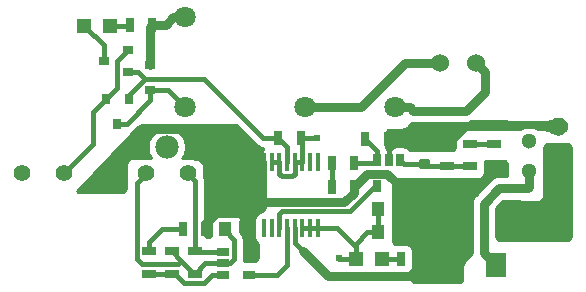
<source format=gtl>
G04 #@! TF.GenerationSoftware,KiCad,Pcbnew,(5.1.4-0-10_14)*
G04 #@! TF.CreationDate,2020-01-14T22:25:27-05:00*
G04 #@! TF.ProjectId,IMD_LATCH,494d445f-4c41-4544-9348-2e6b69636164,1*
G04 #@! TF.SameCoordinates,Original*
G04 #@! TF.FileFunction,Copper,L1,Top*
G04 #@! TF.FilePolarity,Positive*
%FSLAX46Y46*%
G04 Gerber Fmt 4.6, Leading zero omitted, Abs format (unit mm)*
G04 Created by KiCad (PCBNEW (5.1.4-0-10_14)) date 2020-01-14 22:25:27*
%MOMM*%
%LPD*%
G04 APERTURE LIST*
%ADD10C,0.100000*%
%ADD11C,0.875000*%
%ADD12R,1.000000X1.250000*%
%ADD13R,1.778000X2.159000*%
%ADD14R,1.200000X1.200000*%
%ADD15R,0.900000X0.800000*%
%ADD16R,0.900000X2.500000*%
%ADD17C,1.397000*%
%ADD18C,1.981000*%
%ADD19C,1.300000*%
%ADD20C,1.524000*%
%ADD21C,1.800000*%
%ADD22R,0.800000X0.900000*%
%ADD23R,0.700000X1.300000*%
%ADD24R,1.300000X0.700000*%
%ADD25R,0.650000X1.060000*%
%ADD26R,0.350000X1.600000*%
%ADD27R,1.060000X0.650000*%
%ADD28C,0.609600*%
%ADD29C,0.406400*%
%ADD30C,0.762000*%
%ADD31C,0.254000*%
G04 APERTURE END LIST*
D10*
G36*
X152436391Y-121089853D02*
G01*
X152457626Y-121093003D01*
X152478450Y-121098219D01*
X152498662Y-121105451D01*
X152518068Y-121114630D01*
X152536481Y-121125666D01*
X152553724Y-121138454D01*
X152569630Y-121152870D01*
X152584046Y-121168776D01*
X152596834Y-121186019D01*
X152607870Y-121204432D01*
X152617049Y-121223838D01*
X152624281Y-121244050D01*
X152629497Y-121264874D01*
X152632647Y-121286109D01*
X152633700Y-121307550D01*
X152633700Y-121745050D01*
X152632647Y-121766491D01*
X152629497Y-121787726D01*
X152624281Y-121808550D01*
X152617049Y-121828762D01*
X152607870Y-121848168D01*
X152596834Y-121866581D01*
X152584046Y-121883824D01*
X152569630Y-121899730D01*
X152553724Y-121914146D01*
X152536481Y-121926934D01*
X152518068Y-121937970D01*
X152498662Y-121947149D01*
X152478450Y-121954381D01*
X152457626Y-121959597D01*
X152436391Y-121962747D01*
X152414950Y-121963800D01*
X151902450Y-121963800D01*
X151881009Y-121962747D01*
X151859774Y-121959597D01*
X151838950Y-121954381D01*
X151818738Y-121947149D01*
X151799332Y-121937970D01*
X151780919Y-121926934D01*
X151763676Y-121914146D01*
X151747770Y-121899730D01*
X151733354Y-121883824D01*
X151720566Y-121866581D01*
X151709530Y-121848168D01*
X151700351Y-121828762D01*
X151693119Y-121808550D01*
X151687903Y-121787726D01*
X151684753Y-121766491D01*
X151683700Y-121745050D01*
X151683700Y-121307550D01*
X151684753Y-121286109D01*
X151687903Y-121264874D01*
X151693119Y-121244050D01*
X151700351Y-121223838D01*
X151709530Y-121204432D01*
X151720566Y-121186019D01*
X151733354Y-121168776D01*
X151747770Y-121152870D01*
X151763676Y-121138454D01*
X151780919Y-121125666D01*
X151799332Y-121114630D01*
X151818738Y-121105451D01*
X151838950Y-121098219D01*
X151859774Y-121093003D01*
X151881009Y-121089853D01*
X151902450Y-121088800D01*
X152414950Y-121088800D01*
X152436391Y-121089853D01*
X152436391Y-121089853D01*
G37*
D11*
X152158700Y-121526300D03*
D10*
G36*
X152436391Y-119514853D02*
G01*
X152457626Y-119518003D01*
X152478450Y-119523219D01*
X152498662Y-119530451D01*
X152518068Y-119539630D01*
X152536481Y-119550666D01*
X152553724Y-119563454D01*
X152569630Y-119577870D01*
X152584046Y-119593776D01*
X152596834Y-119611019D01*
X152607870Y-119629432D01*
X152617049Y-119648838D01*
X152624281Y-119669050D01*
X152629497Y-119689874D01*
X152632647Y-119711109D01*
X152633700Y-119732550D01*
X152633700Y-120170050D01*
X152632647Y-120191491D01*
X152629497Y-120212726D01*
X152624281Y-120233550D01*
X152617049Y-120253762D01*
X152607870Y-120273168D01*
X152596834Y-120291581D01*
X152584046Y-120308824D01*
X152569630Y-120324730D01*
X152553724Y-120339146D01*
X152536481Y-120351934D01*
X152518068Y-120362970D01*
X152498662Y-120372149D01*
X152478450Y-120379381D01*
X152457626Y-120384597D01*
X152436391Y-120387747D01*
X152414950Y-120388800D01*
X151902450Y-120388800D01*
X151881009Y-120387747D01*
X151859774Y-120384597D01*
X151838950Y-120379381D01*
X151818738Y-120372149D01*
X151799332Y-120362970D01*
X151780919Y-120351934D01*
X151763676Y-120339146D01*
X151747770Y-120324730D01*
X151733354Y-120308824D01*
X151720566Y-120291581D01*
X151709530Y-120273168D01*
X151700351Y-120253762D01*
X151693119Y-120233550D01*
X151687903Y-120212726D01*
X151684753Y-120191491D01*
X151683700Y-120170050D01*
X151683700Y-119732550D01*
X151684753Y-119711109D01*
X151687903Y-119689874D01*
X151693119Y-119669050D01*
X151700351Y-119648838D01*
X151709530Y-119629432D01*
X151720566Y-119611019D01*
X151733354Y-119593776D01*
X151747770Y-119577870D01*
X151763676Y-119563454D01*
X151780919Y-119550666D01*
X151799332Y-119539630D01*
X151818738Y-119530451D01*
X151838950Y-119523219D01*
X151859774Y-119518003D01*
X151881009Y-119514853D01*
X151902450Y-119513800D01*
X152414950Y-119513800D01*
X152436391Y-119514853D01*
X152436391Y-119514853D01*
G37*
D11*
X152158700Y-119951300D03*
D12*
X150212300Y-127317500D03*
X148212300Y-127317500D03*
D13*
X158229300Y-130098800D03*
X154165300Y-130098800D03*
D14*
X148521600Y-129527300D03*
X146321600Y-129527300D03*
D15*
X128955800Y-113148400D03*
X128955800Y-115248400D03*
D14*
X123309200Y-109804200D03*
X125509200Y-109804200D03*
D16*
X158663300Y-126377700D03*
X155763300Y-126377700D03*
D17*
X128597600Y-122313700D03*
X132097600Y-122313700D03*
D18*
X130347600Y-120083700D03*
D17*
X125097600Y-122313700D03*
X121597600Y-122313700D03*
X118097600Y-122313700D03*
D19*
X160997900Y-119583200D03*
X160997900Y-122123200D03*
X163537900Y-120853200D03*
X163537900Y-118313200D03*
D20*
X156476700Y-112979200D03*
X153479500Y-112979200D03*
D21*
X131851400Y-116700300D03*
X142011400Y-116700300D03*
X149631400Y-116700300D03*
X131851400Y-109080300D03*
D22*
X126149100Y-118131300D03*
X125199100Y-116031300D03*
X127099100Y-116031300D03*
D15*
X127084800Y-113764100D03*
X127084800Y-111864100D03*
X124984800Y-112814100D03*
D23*
X144299900Y-123444000D03*
X146199900Y-123444000D03*
X144299900Y-121443750D03*
X146199900Y-121443750D03*
X149044700Y-119380000D03*
X147144700Y-119380000D03*
X152080000Y-129552700D03*
X150180000Y-129552700D03*
D24*
X158026100Y-119814300D03*
X158026100Y-121714300D03*
X155994100Y-119801600D03*
X155994100Y-121701600D03*
X154025600Y-119801600D03*
X154025600Y-121701600D03*
D23*
X139791400Y-119329200D03*
X141691400Y-119329200D03*
X127205700Y-109778800D03*
X129105700Y-109778800D03*
D24*
X132727700Y-128910000D03*
X132727700Y-130810000D03*
D23*
X133614200Y-127038100D03*
X131714200Y-127038100D03*
D24*
X128790700Y-130807500D03*
X128790700Y-128907500D03*
X130759200Y-130807500D03*
X130759200Y-128907500D03*
D25*
X150060700Y-123401000D03*
X148160700Y-123401000D03*
X148160700Y-121201000D03*
X149110700Y-121201000D03*
X150060700Y-121201000D03*
D26*
X138568000Y-126967900D03*
X139218000Y-126967900D03*
X139868000Y-126967900D03*
X140518000Y-126967900D03*
X141168000Y-126967900D03*
X141818000Y-126967900D03*
X142468000Y-126967900D03*
X143118000Y-126967900D03*
X143118000Y-121367900D03*
X142468000Y-121367900D03*
X141818000Y-121367900D03*
X141168000Y-121367900D03*
X140518000Y-121367900D03*
X139868000Y-121367900D03*
X139218000Y-121367900D03*
X138568000Y-121367900D03*
D27*
X135120200Y-128983700D03*
X135120200Y-129933700D03*
X135120200Y-130883700D03*
X137320200Y-130883700D03*
X137320200Y-128983700D03*
D12*
X148212300Y-125349000D03*
X150212300Y-125349000D03*
X137232900Y-127025400D03*
X135232900Y-127025400D03*
D28*
X144945100Y-129514600D03*
X143027400Y-119329200D03*
D29*
X155994100Y-121701600D02*
X154025600Y-121701600D01*
X152334000Y-121701600D02*
X152158700Y-121526300D01*
X154025600Y-121701600D02*
X152334000Y-121701600D01*
X150386000Y-121526300D02*
X150060700Y-121201000D01*
X152158700Y-121526300D02*
X150386000Y-121526300D01*
X141168000Y-121367900D02*
X141818000Y-121367900D01*
X141818000Y-119455800D02*
X141691400Y-119329200D01*
X141818000Y-121367900D02*
X141818000Y-119455800D01*
X139218000Y-121367900D02*
X139868000Y-121367900D01*
X141168000Y-122332982D02*
X141168000Y-121367900D01*
X140977481Y-122523501D02*
X141168000Y-122332982D01*
X139868000Y-122332982D02*
X140058519Y-122523501D01*
X140058519Y-122523501D02*
X140977481Y-122523501D01*
X139868000Y-121367900D02*
X139868000Y-122332982D01*
X127084800Y-111865700D02*
X127084800Y-111864100D01*
X126111000Y-112839500D02*
X127084800Y-111865700D01*
X126111000Y-115100100D02*
X126111000Y-112839500D01*
X125199100Y-116012000D02*
X126111000Y-115100100D01*
X125199100Y-116031300D02*
X125199100Y-116012000D01*
X135665282Y-129933700D02*
X135120200Y-129933700D01*
X136005801Y-129593181D02*
X135665282Y-129933700D01*
X136005801Y-127923301D02*
X136005801Y-129593181D01*
X135232900Y-127150400D02*
X136005801Y-127923301D01*
X135232900Y-127025400D02*
X135232900Y-127150400D01*
X133604000Y-129933700D02*
X135120200Y-129933700D01*
X132727700Y-130810000D02*
X133604000Y-129933700D01*
X132727700Y-130810000D02*
X132661700Y-130810000D01*
X132661700Y-130810000D02*
X131558050Y-129706350D01*
X131558050Y-129706350D02*
X130759200Y-128907500D01*
X127785099Y-123126201D02*
X127899101Y-123012199D01*
X127785099Y-129541981D02*
X127785099Y-123126201D01*
X128253018Y-130009900D02*
X127785099Y-129541981D01*
X127899101Y-123012199D02*
X128597600Y-122313700D01*
X131254500Y-130009900D02*
X128253018Y-130009900D01*
X131558050Y-129706350D02*
X131254500Y-130009900D01*
X149110700Y-119446000D02*
X149044700Y-119380000D01*
X149110700Y-121201000D02*
X149110700Y-119446000D01*
X152308400Y-119801600D02*
X152158700Y-119951300D01*
X154025600Y-119801600D02*
X152308400Y-119801600D01*
X149616000Y-119951300D02*
X149044700Y-119380000D01*
X152158700Y-119951300D02*
X149616000Y-119951300D01*
X162618662Y-118313200D02*
X163537900Y-118313200D01*
X155814000Y-118313200D02*
X162618662Y-118313200D01*
X154325600Y-119801600D02*
X155814000Y-118313200D01*
X154025600Y-119801600D02*
X154325600Y-119801600D01*
X141818000Y-126967900D02*
X143118000Y-126967900D01*
X144768600Y-126967900D02*
X146321600Y-128520900D01*
X146321600Y-128520900D02*
X146321600Y-129527300D01*
X143118000Y-126967900D02*
X144768600Y-126967900D01*
X148212300Y-125349000D02*
X148212300Y-127317500D01*
X146321600Y-128301800D02*
X146321600Y-128520900D01*
X147305900Y-127317500D02*
X146321600Y-128301800D01*
X148212300Y-127317500D02*
X147305900Y-127317500D01*
X144957800Y-129527300D02*
X144945100Y-129514600D01*
X146321600Y-129527300D02*
X144957800Y-129527300D01*
X152158700Y-119951300D02*
X152171400Y-119938600D01*
D30*
X157162500Y-129032000D02*
X158229300Y-130098800D01*
X157162500Y-124866400D02*
X157162500Y-129032000D01*
X158470600Y-123558300D02*
X157162500Y-124866400D01*
X160934400Y-123558300D02*
X158470600Y-123558300D01*
X160997900Y-123494800D02*
X160934400Y-123558300D01*
X160997900Y-122123200D02*
X160997900Y-123494800D01*
D29*
X124079000Y-119832300D02*
X121597600Y-122313700D01*
X124079000Y-117151400D02*
X124079000Y-119832300D01*
X125199100Y-116031300D02*
X124079000Y-117151400D01*
X141691400Y-119329200D02*
X143027400Y-119329200D01*
D30*
X128955800Y-109928700D02*
X129105700Y-109778800D01*
X128955800Y-113148400D02*
X128955800Y-109928700D01*
X130238500Y-109715300D02*
X130873500Y-109080300D01*
X129169200Y-109715300D02*
X130238500Y-109715300D01*
X130873500Y-109080300D02*
X131851400Y-109080300D01*
X129105700Y-109778800D02*
X129169200Y-109715300D01*
X148997299Y-122337599D02*
X150060700Y-123401000D01*
X147306301Y-122337599D02*
X148997299Y-122337599D01*
X146199900Y-123444000D02*
X147306301Y-122337599D01*
X137232900Y-125638400D02*
X137232900Y-127025400D01*
X145376910Y-124777490D02*
X138093810Y-124777490D01*
X138093810Y-124777490D02*
X137232900Y-125638400D01*
X146199900Y-123954500D02*
X145376910Y-124777490D01*
X146199900Y-123444000D02*
X146199900Y-123954500D01*
D29*
X141168000Y-128174300D02*
X141911400Y-128917700D01*
X141168000Y-126967900D02*
X141168000Y-128174300D01*
D30*
X137320200Y-127112700D02*
X137232900Y-127025400D01*
X137320200Y-128983700D02*
X137320200Y-127112700D01*
X134534778Y-125638400D02*
X137232900Y-125638400D01*
X133614200Y-126558978D02*
X134534778Y-125638400D01*
X133614200Y-127038100D02*
X133614200Y-126558978D01*
X152080000Y-129852700D02*
X152080000Y-129552700D01*
X150968000Y-130964700D02*
X152080000Y-129852700D01*
X143958400Y-130964700D02*
X150968000Y-130964700D01*
X141911400Y-128917700D02*
X143958400Y-130964700D01*
X138093810Y-123412610D02*
X138093810Y-124777490D01*
X128851501Y-118559799D02*
X133240999Y-118559799D01*
X133240999Y-118559799D02*
X138093810Y-123412610D01*
X125097600Y-122313700D02*
X128851501Y-118559799D01*
D29*
X137232900Y-125994000D02*
X137232900Y-127025400D01*
X137232900Y-123909400D02*
X137232900Y-125994000D01*
X138568000Y-122574300D02*
X137232900Y-123909400D01*
X138568000Y-121367900D02*
X138568000Y-122574300D01*
X150154600Y-129527300D02*
X150180000Y-129552700D01*
X148521600Y-129527300D02*
X150154600Y-129527300D01*
X130399500Y-115248400D02*
X131851400Y-116700300D01*
X128955800Y-115248400D02*
X130399500Y-115248400D01*
X126955500Y-118131300D02*
X126149100Y-118131300D01*
X128955800Y-116131000D02*
X126955500Y-118131300D01*
X128955800Y-115248400D02*
X128955800Y-116131000D01*
X124980700Y-112810000D02*
X124984800Y-112814100D01*
X124980700Y-111475700D02*
X124980700Y-112810000D01*
X123309200Y-109804200D02*
X124980700Y-111475700D01*
X127180300Y-109804200D02*
X127205700Y-109778800D01*
X125509200Y-109804200D02*
X127180300Y-109804200D01*
X132801400Y-128983700D02*
X132727700Y-128910000D01*
X135120200Y-128983700D02*
X132801400Y-128983700D01*
X132727700Y-122943800D02*
X132097600Y-122313700D01*
X132727700Y-128910000D02*
X132727700Y-122943800D01*
D30*
X157238699Y-113741199D02*
X156476700Y-112979200D01*
X149631400Y-116700300D02*
X150904192Y-116700300D01*
X151221693Y-117017801D02*
X155638499Y-117017801D01*
X155638499Y-117017801D02*
X157238699Y-115417601D01*
X150904192Y-116700300D02*
X151221693Y-117017801D01*
X157238699Y-115417601D02*
X157238699Y-113741199D01*
X142011400Y-116700300D02*
X146748500Y-116700300D01*
X150469600Y-112979200D02*
X153479500Y-112979200D01*
X146748500Y-116700300D02*
X150469600Y-112979200D01*
D29*
X140518000Y-120055800D02*
X139791400Y-119329200D01*
X140518000Y-121367900D02*
X140518000Y-120055800D01*
X127941200Y-113764100D02*
X127084800Y-113764100D01*
X128464400Y-114287300D02*
X127941200Y-113764100D01*
X128460500Y-114287300D02*
X128464400Y-114287300D01*
X127099100Y-115648700D02*
X128460500Y-114287300D01*
X127099100Y-116031300D02*
X127099100Y-115648700D01*
X133464300Y-114287300D02*
X128464400Y-114287300D01*
X138506200Y-119329200D02*
X133464300Y-114287300D01*
X139791400Y-119329200D02*
X138506200Y-119329200D01*
X144299900Y-121443750D02*
X144299900Y-123444000D01*
X147917950Y-121443750D02*
X148160700Y-121201000D01*
X146199900Y-121443750D02*
X147917950Y-121443750D01*
X148160700Y-120396000D02*
X147144700Y-119380000D01*
X148160700Y-121201000D02*
X148160700Y-120396000D01*
X156006800Y-119814300D02*
X155994100Y-119801600D01*
X158026100Y-119814300D02*
X156006800Y-119814300D01*
X130957800Y-127038100D02*
X131714200Y-127038100D01*
X129903700Y-127038100D02*
X130957800Y-127038100D01*
X128790700Y-128151100D02*
X129903700Y-127038100D01*
X128790700Y-128907500D02*
X128790700Y-128151100D01*
X131059200Y-130807500D02*
X130759200Y-130807500D01*
X131815600Y-131563900D02*
X131059200Y-130807500D01*
X133503600Y-131563900D02*
X131815600Y-131563900D01*
X134183800Y-130883700D02*
X133503600Y-131563900D01*
X135120200Y-130883700D02*
X134183800Y-130883700D01*
X130759200Y-130807500D02*
X128790700Y-130807500D01*
X147998000Y-123401000D02*
X145884900Y-125514100D01*
X148160700Y-123401000D02*
X147998000Y-123401000D01*
X139868000Y-125761500D02*
X139868000Y-126967900D01*
X145884900Y-125514100D02*
X140115400Y-125514100D01*
X140115400Y-125514100D02*
X139868000Y-125761500D01*
X140518000Y-128174300D02*
X140512800Y-128179500D01*
X140518000Y-126967900D02*
X140518000Y-128174300D01*
X140512800Y-128179500D02*
X140512800Y-130060700D01*
X139689800Y-130883700D02*
X137320200Y-130883700D01*
X140512800Y-130060700D02*
X139689800Y-130883700D01*
D31*
G36*
X164553900Y-120088206D02*
G01*
X164553900Y-127726894D01*
X164328294Y-127952500D01*
X158429640Y-127952500D01*
X158205172Y-127727221D01*
X158214110Y-125251630D01*
X158783352Y-124682389D01*
X161865126Y-124711190D01*
X161889924Y-124708982D01*
X161913815Y-124701978D01*
X161935880Y-124690447D01*
X161955695Y-124674417D01*
X162255682Y-124377221D01*
X162271566Y-124358050D01*
X162283404Y-124336149D01*
X162290743Y-124312358D01*
X162293300Y-124287000D01*
X162293300Y-120088206D01*
X162518906Y-119862600D01*
X164328294Y-119862600D01*
X164553900Y-120088206D01*
X164553900Y-120088206D01*
G37*
X164553900Y-120088206D02*
X164553900Y-127726894D01*
X164328294Y-127952500D01*
X158429640Y-127952500D01*
X158205172Y-127727221D01*
X158214110Y-125251630D01*
X158783352Y-124682389D01*
X161865126Y-124711190D01*
X161889924Y-124708982D01*
X161913815Y-124701978D01*
X161935880Y-124690447D01*
X161955695Y-124674417D01*
X162255682Y-124377221D01*
X162271566Y-124358050D01*
X162283404Y-124336149D01*
X162290743Y-124312358D01*
X162293300Y-124287000D01*
X162293300Y-120088206D01*
X162518906Y-119862600D01*
X164328294Y-119862600D01*
X164553900Y-120088206D01*
G36*
X159169100Y-121485206D02*
G01*
X159169100Y-122542300D01*
X158520502Y-122542300D01*
X158470600Y-122537385D01*
X158420698Y-122542300D01*
X158271429Y-122557002D01*
X158079913Y-122615098D01*
X157903410Y-122709440D01*
X157748704Y-122836404D01*
X157716892Y-122875167D01*
X156479372Y-124112688D01*
X156440604Y-124144504D01*
X156313640Y-124299210D01*
X156219298Y-124475714D01*
X156161202Y-124667229D01*
X156161202Y-124667230D01*
X156141585Y-124866400D01*
X156146500Y-124916302D01*
X156146501Y-128982088D01*
X156141585Y-129032000D01*
X156145280Y-129069514D01*
X155583029Y-129631765D01*
X155567235Y-129651011D01*
X155555499Y-129672967D01*
X155343367Y-130185099D01*
X155336140Y-130208924D01*
X155333700Y-130233700D01*
X155333700Y-131409894D01*
X155201194Y-131542400D01*
X151238113Y-131542400D01*
X151107332Y-131410601D01*
X151114733Y-130455802D01*
X151119502Y-130446880D01*
X151155812Y-130327182D01*
X151168072Y-130202700D01*
X151168072Y-128902700D01*
X151155812Y-128778218D01*
X151119502Y-128658520D01*
X151060537Y-128548206D01*
X150981185Y-128451515D01*
X150884494Y-128372163D01*
X150774180Y-128313198D01*
X150654482Y-128276888D01*
X150530000Y-128264628D01*
X149830000Y-128264628D01*
X149705518Y-128276888D01*
X149661025Y-128290385D01*
X149502853Y-128132905D01*
X149480532Y-123043576D01*
X149701946Y-122819995D01*
X150242763Y-122818788D01*
X156814763Y-122824609D01*
X156839541Y-122822191D01*
X156863372Y-122814985D01*
X156885339Y-122803268D01*
X156904941Y-122787147D01*
X157202909Y-122487420D01*
X157218647Y-122468128D01*
X157230318Y-122446137D01*
X157237475Y-122422292D01*
X157239840Y-122397022D01*
X157239033Y-122277876D01*
X157269912Y-122176082D01*
X157282172Y-122051600D01*
X157282172Y-121351600D01*
X157273111Y-121259600D01*
X158943494Y-121259600D01*
X159169100Y-121485206D01*
X159169100Y-121485206D01*
G37*
X159169100Y-121485206D02*
X159169100Y-122542300D01*
X158520502Y-122542300D01*
X158470600Y-122537385D01*
X158420698Y-122542300D01*
X158271429Y-122557002D01*
X158079913Y-122615098D01*
X157903410Y-122709440D01*
X157748704Y-122836404D01*
X157716892Y-122875167D01*
X156479372Y-124112688D01*
X156440604Y-124144504D01*
X156313640Y-124299210D01*
X156219298Y-124475714D01*
X156161202Y-124667229D01*
X156161202Y-124667230D01*
X156141585Y-124866400D01*
X156146500Y-124916302D01*
X156146501Y-128982088D01*
X156141585Y-129032000D01*
X156145280Y-129069514D01*
X155583029Y-129631765D01*
X155567235Y-129651011D01*
X155555499Y-129672967D01*
X155343367Y-130185099D01*
X155336140Y-130208924D01*
X155333700Y-130233700D01*
X155333700Y-131409894D01*
X155201194Y-131542400D01*
X151238113Y-131542400D01*
X151107332Y-131410601D01*
X151114733Y-130455802D01*
X151119502Y-130446880D01*
X151155812Y-130327182D01*
X151168072Y-130202700D01*
X151168072Y-128902700D01*
X151155812Y-128778218D01*
X151119502Y-128658520D01*
X151060537Y-128548206D01*
X150981185Y-128451515D01*
X150884494Y-128372163D01*
X150774180Y-128313198D01*
X150654482Y-128276888D01*
X150530000Y-128264628D01*
X149830000Y-128264628D01*
X149705518Y-128276888D01*
X149661025Y-128290385D01*
X149502853Y-128132905D01*
X149480532Y-123043576D01*
X149701946Y-122819995D01*
X150242763Y-122818788D01*
X156814763Y-122824609D01*
X156839541Y-122822191D01*
X156863372Y-122814985D01*
X156885339Y-122803268D01*
X156904941Y-122787147D01*
X157202909Y-122487420D01*
X157218647Y-122468128D01*
X157230318Y-122446137D01*
X157237475Y-122422292D01*
X157239840Y-122397022D01*
X157239033Y-122277876D01*
X157269912Y-122176082D01*
X157282172Y-122051600D01*
X157282172Y-121351600D01*
X157273111Y-121259600D01*
X158943494Y-121259600D01*
X159169100Y-121485206D01*
G36*
X137884394Y-119892788D02*
G01*
X137910636Y-119924764D01*
X138038268Y-120029509D01*
X138183883Y-120107342D01*
X138341884Y-120155271D01*
X138465030Y-120167400D01*
X138465039Y-120167400D01*
X138471532Y-120168039D01*
X138499989Y-120236742D01*
X138453498Y-120323720D01*
X138417188Y-120443418D01*
X138404928Y-120567900D01*
X138404928Y-121160732D01*
X138391929Y-121203584D01*
X138375745Y-121367900D01*
X138391929Y-121532216D01*
X138404928Y-121575068D01*
X138404928Y-122167900D01*
X138417188Y-122292382D01*
X138453498Y-122412080D01*
X138512463Y-122522394D01*
X138591815Y-122619085D01*
X138658600Y-122673894D01*
X138658600Y-125250394D01*
X138427084Y-125481910D01*
X138414699Y-125485667D01*
X138392743Y-125497403D01*
X138373497Y-125513197D01*
X138352918Y-125533776D01*
X138268518Y-125542088D01*
X138148820Y-125578398D01*
X138038506Y-125637363D01*
X137941815Y-125716715D01*
X137862463Y-125813406D01*
X137803498Y-125923720D01*
X137767188Y-126043418D01*
X137754928Y-126167900D01*
X137754928Y-127767900D01*
X137767188Y-127892382D01*
X137803498Y-128012080D01*
X137862463Y-128122394D01*
X137941815Y-128219085D01*
X138036300Y-128296627D01*
X138036300Y-129466794D01*
X137810694Y-129692400D01*
X136838284Y-129692400D01*
X136844001Y-129634351D01*
X136844001Y-129634344D01*
X136848055Y-129593181D01*
X136844001Y-129552018D01*
X136844001Y-127964463D01*
X136848055Y-127923300D01*
X136844001Y-127882137D01*
X136844001Y-127882131D01*
X136831872Y-127758985D01*
X136783943Y-127600984D01*
X136706110Y-127455369D01*
X136601365Y-127327737D01*
X136569389Y-127301496D01*
X136563100Y-127295207D01*
X136563100Y-126504896D01*
X136588157Y-126164781D01*
X136587543Y-126139892D01*
X136582086Y-126115601D01*
X136571995Y-126092842D01*
X136557658Y-126072488D01*
X136409737Y-125901038D01*
X136391704Y-125883873D01*
X136370669Y-125870555D01*
X136347440Y-125861597D01*
X136313579Y-125857000D01*
X136063329Y-125857000D01*
X135977080Y-125810898D01*
X135857382Y-125774588D01*
X135732900Y-125762328D01*
X134732900Y-125762328D01*
X134608418Y-125774588D01*
X134488720Y-125810898D01*
X134378406Y-125869863D01*
X134281715Y-125949215D01*
X134202363Y-126045906D01*
X134143398Y-126156220D01*
X134107088Y-126275918D01*
X134094828Y-126400400D01*
X134094828Y-127569301D01*
X134001525Y-127661373D01*
X133690552Y-127659430D01*
X133565900Y-127533685D01*
X133565900Y-122984963D01*
X133569954Y-122943800D01*
X133565900Y-122902637D01*
X133565900Y-122902630D01*
X133553771Y-122779484D01*
X133505842Y-122621483D01*
X133480300Y-122573697D01*
X133482466Y-122364862D01*
X133496900Y-121574569D01*
X133494912Y-121549752D01*
X133488122Y-121525800D01*
X133476788Y-121503633D01*
X133461723Y-121484493D01*
X133167310Y-121176510D01*
X133148426Y-121160286D01*
X133126739Y-121148059D01*
X133103083Y-121140297D01*
X133078908Y-121137313D01*
X132718871Y-121127669D01*
X132486568Y-121031446D01*
X132228938Y-120980200D01*
X131966262Y-120980200D01*
X131708632Y-121031446D01*
X131654260Y-121053968D01*
X131788099Y-120853663D01*
X131910633Y-120557841D01*
X131973100Y-120243798D01*
X131973100Y-119923602D01*
X131910633Y-119609559D01*
X131788099Y-119313737D01*
X131610208Y-119047504D01*
X131383796Y-118821092D01*
X131117563Y-118643201D01*
X130821741Y-118520667D01*
X130507698Y-118458200D01*
X130187502Y-118458200D01*
X129873459Y-118520667D01*
X129577637Y-118643201D01*
X129311404Y-118821092D01*
X129084992Y-119047504D01*
X128907101Y-119313737D01*
X128784567Y-119609559D01*
X128722100Y-119923602D01*
X128722100Y-120243798D01*
X128784567Y-120557841D01*
X128907101Y-120853663D01*
X129003925Y-120998572D01*
X128809052Y-120996136D01*
X128728938Y-120980200D01*
X128466262Y-120980200D01*
X128411152Y-120991162D01*
X127326964Y-120977610D01*
X127302159Y-120979740D01*
X127278247Y-120986669D01*
X127256145Y-120998130D01*
X127236336Y-121014043D01*
X126935046Y-121310290D01*
X126919090Y-121329401D01*
X126907169Y-121351258D01*
X126899741Y-121375020D01*
X126897088Y-121400291D01*
X126887240Y-123650641D01*
X126658319Y-123883761D01*
X125621387Y-123907151D01*
X125023151Y-123913243D01*
X122798696Y-123908386D01*
X122769273Y-123840610D01*
X127454613Y-118806020D01*
X127551064Y-118726864D01*
X127577311Y-118694882D01*
X127892486Y-118379707D01*
X128279227Y-118210635D01*
X131527966Y-118201037D01*
X131700216Y-118235300D01*
X132002584Y-118235300D01*
X132184586Y-118199098D01*
X136178904Y-118187297D01*
X137884394Y-119892788D01*
X137884394Y-119892788D01*
G37*
X137884394Y-119892788D02*
X137910636Y-119924764D01*
X138038268Y-120029509D01*
X138183883Y-120107342D01*
X138341884Y-120155271D01*
X138465030Y-120167400D01*
X138465039Y-120167400D01*
X138471532Y-120168039D01*
X138499989Y-120236742D01*
X138453498Y-120323720D01*
X138417188Y-120443418D01*
X138404928Y-120567900D01*
X138404928Y-121160732D01*
X138391929Y-121203584D01*
X138375745Y-121367900D01*
X138391929Y-121532216D01*
X138404928Y-121575068D01*
X138404928Y-122167900D01*
X138417188Y-122292382D01*
X138453498Y-122412080D01*
X138512463Y-122522394D01*
X138591815Y-122619085D01*
X138658600Y-122673894D01*
X138658600Y-125250394D01*
X138427084Y-125481910D01*
X138414699Y-125485667D01*
X138392743Y-125497403D01*
X138373497Y-125513197D01*
X138352918Y-125533776D01*
X138268518Y-125542088D01*
X138148820Y-125578398D01*
X138038506Y-125637363D01*
X137941815Y-125716715D01*
X137862463Y-125813406D01*
X137803498Y-125923720D01*
X137767188Y-126043418D01*
X137754928Y-126167900D01*
X137754928Y-127767900D01*
X137767188Y-127892382D01*
X137803498Y-128012080D01*
X137862463Y-128122394D01*
X137941815Y-128219085D01*
X138036300Y-128296627D01*
X138036300Y-129466794D01*
X137810694Y-129692400D01*
X136838284Y-129692400D01*
X136844001Y-129634351D01*
X136844001Y-129634344D01*
X136848055Y-129593181D01*
X136844001Y-129552018D01*
X136844001Y-127964463D01*
X136848055Y-127923300D01*
X136844001Y-127882137D01*
X136844001Y-127882131D01*
X136831872Y-127758985D01*
X136783943Y-127600984D01*
X136706110Y-127455369D01*
X136601365Y-127327737D01*
X136569389Y-127301496D01*
X136563100Y-127295207D01*
X136563100Y-126504896D01*
X136588157Y-126164781D01*
X136587543Y-126139892D01*
X136582086Y-126115601D01*
X136571995Y-126092842D01*
X136557658Y-126072488D01*
X136409737Y-125901038D01*
X136391704Y-125883873D01*
X136370669Y-125870555D01*
X136347440Y-125861597D01*
X136313579Y-125857000D01*
X136063329Y-125857000D01*
X135977080Y-125810898D01*
X135857382Y-125774588D01*
X135732900Y-125762328D01*
X134732900Y-125762328D01*
X134608418Y-125774588D01*
X134488720Y-125810898D01*
X134378406Y-125869863D01*
X134281715Y-125949215D01*
X134202363Y-126045906D01*
X134143398Y-126156220D01*
X134107088Y-126275918D01*
X134094828Y-126400400D01*
X134094828Y-127569301D01*
X134001525Y-127661373D01*
X133690552Y-127659430D01*
X133565900Y-127533685D01*
X133565900Y-122984963D01*
X133569954Y-122943800D01*
X133565900Y-122902637D01*
X133565900Y-122902630D01*
X133553771Y-122779484D01*
X133505842Y-122621483D01*
X133480300Y-122573697D01*
X133482466Y-122364862D01*
X133496900Y-121574569D01*
X133494912Y-121549752D01*
X133488122Y-121525800D01*
X133476788Y-121503633D01*
X133461723Y-121484493D01*
X133167310Y-121176510D01*
X133148426Y-121160286D01*
X133126739Y-121148059D01*
X133103083Y-121140297D01*
X133078908Y-121137313D01*
X132718871Y-121127669D01*
X132486568Y-121031446D01*
X132228938Y-120980200D01*
X131966262Y-120980200D01*
X131708632Y-121031446D01*
X131654260Y-121053968D01*
X131788099Y-120853663D01*
X131910633Y-120557841D01*
X131973100Y-120243798D01*
X131973100Y-119923602D01*
X131910633Y-119609559D01*
X131788099Y-119313737D01*
X131610208Y-119047504D01*
X131383796Y-118821092D01*
X131117563Y-118643201D01*
X130821741Y-118520667D01*
X130507698Y-118458200D01*
X130187502Y-118458200D01*
X129873459Y-118520667D01*
X129577637Y-118643201D01*
X129311404Y-118821092D01*
X129084992Y-119047504D01*
X128907101Y-119313737D01*
X128784567Y-119609559D01*
X128722100Y-119923602D01*
X128722100Y-120243798D01*
X128784567Y-120557841D01*
X128907101Y-120853663D01*
X129003925Y-120998572D01*
X128809052Y-120996136D01*
X128728938Y-120980200D01*
X128466262Y-120980200D01*
X128411152Y-120991162D01*
X127326964Y-120977610D01*
X127302159Y-120979740D01*
X127278247Y-120986669D01*
X127256145Y-120998130D01*
X127236336Y-121014043D01*
X126935046Y-121310290D01*
X126919090Y-121329401D01*
X126907169Y-121351258D01*
X126899741Y-121375020D01*
X126897088Y-121400291D01*
X126887240Y-123650641D01*
X126658319Y-123883761D01*
X125621387Y-123907151D01*
X125023151Y-123913243D01*
X122798696Y-123908386D01*
X122769273Y-123840610D01*
X127454613Y-118806020D01*
X127551064Y-118726864D01*
X127577311Y-118694882D01*
X127892486Y-118379707D01*
X128279227Y-118210635D01*
X131527966Y-118201037D01*
X131700216Y-118235300D01*
X132002584Y-118235300D01*
X132184586Y-118199098D01*
X136178904Y-118187297D01*
X137884394Y-119892788D01*
G36*
X163746573Y-117711968D02*
G01*
X164115345Y-118041165D01*
X164137818Y-118090995D01*
X164126344Y-118574010D01*
X164083678Y-118657762D01*
X163702651Y-118917473D01*
X163440990Y-118942912D01*
X162944735Y-118807736D01*
X162890018Y-118767942D01*
X162868545Y-118755343D01*
X162854595Y-118749877D01*
X162311974Y-118573425D01*
X162287657Y-118568084D01*
X162272700Y-118567200D01*
X161790288Y-118567200D01*
X161606576Y-118444447D01*
X161372721Y-118347581D01*
X161124461Y-118298200D01*
X160871339Y-118298200D01*
X160623079Y-118347581D01*
X160389224Y-118444447D01*
X160205512Y-118567200D01*
X155609645Y-118567200D01*
X155584869Y-118569640D01*
X155561044Y-118576867D01*
X155285099Y-118691167D01*
X155263143Y-118702903D01*
X155243897Y-118718697D01*
X155100747Y-118861847D01*
X155099920Y-118862098D01*
X154989606Y-118921063D01*
X154892915Y-119000415D01*
X154813563Y-119097106D01*
X154754598Y-119207420D01*
X154718288Y-119327118D01*
X154706028Y-119451600D01*
X154706028Y-120151600D01*
X154708195Y-120173599D01*
X154549294Y-120332500D01*
X150924786Y-120332500D01*
X150916237Y-120316506D01*
X150836885Y-120219815D01*
X150740194Y-120140463D01*
X150629880Y-120081498D01*
X150510182Y-120045188D01*
X150385700Y-120032928D01*
X149735700Y-120032928D01*
X149611218Y-120045188D01*
X149491520Y-120081498D01*
X149381206Y-120140463D01*
X149284515Y-120219815D01*
X149205163Y-120316506D01*
X149146198Y-120426820D01*
X149110700Y-120543841D01*
X149075202Y-120426820D01*
X149016237Y-120316506D01*
X148992246Y-120287273D01*
X148986771Y-120231684D01*
X148938842Y-120073683D01*
X148861009Y-119928068D01*
X148856700Y-119922817D01*
X148856700Y-118894406D01*
X149082306Y-118668800D01*
X150144200Y-118668800D01*
X150168976Y-118666360D01*
X150192801Y-118659133D01*
X150704933Y-118447001D01*
X150726889Y-118435265D01*
X150746135Y-118419471D01*
X151116498Y-118049108D01*
X151157600Y-118032403D01*
X151171791Y-118033801D01*
X151171798Y-118033801D01*
X151221692Y-118038715D01*
X151271586Y-118033801D01*
X155588597Y-118033801D01*
X155638499Y-118038716D01*
X155688401Y-118033801D01*
X155837670Y-118019099D01*
X156029186Y-117961003D01*
X156104555Y-117920718D01*
X162372632Y-118004385D01*
X162404739Y-118000701D01*
X162968422Y-117861676D01*
X162998559Y-117850008D01*
X163197595Y-117742056D01*
X163695222Y-117695497D01*
X163746573Y-117711968D01*
X163746573Y-117711968D01*
G37*
X163746573Y-117711968D02*
X164115345Y-118041165D01*
X164137818Y-118090995D01*
X164126344Y-118574010D01*
X164083678Y-118657762D01*
X163702651Y-118917473D01*
X163440990Y-118942912D01*
X162944735Y-118807736D01*
X162890018Y-118767942D01*
X162868545Y-118755343D01*
X162854595Y-118749877D01*
X162311974Y-118573425D01*
X162287657Y-118568084D01*
X162272700Y-118567200D01*
X161790288Y-118567200D01*
X161606576Y-118444447D01*
X161372721Y-118347581D01*
X161124461Y-118298200D01*
X160871339Y-118298200D01*
X160623079Y-118347581D01*
X160389224Y-118444447D01*
X160205512Y-118567200D01*
X155609645Y-118567200D01*
X155584869Y-118569640D01*
X155561044Y-118576867D01*
X155285099Y-118691167D01*
X155263143Y-118702903D01*
X155243897Y-118718697D01*
X155100747Y-118861847D01*
X155099920Y-118862098D01*
X154989606Y-118921063D01*
X154892915Y-119000415D01*
X154813563Y-119097106D01*
X154754598Y-119207420D01*
X154718288Y-119327118D01*
X154706028Y-119451600D01*
X154706028Y-120151600D01*
X154708195Y-120173599D01*
X154549294Y-120332500D01*
X150924786Y-120332500D01*
X150916237Y-120316506D01*
X150836885Y-120219815D01*
X150740194Y-120140463D01*
X150629880Y-120081498D01*
X150510182Y-120045188D01*
X150385700Y-120032928D01*
X149735700Y-120032928D01*
X149611218Y-120045188D01*
X149491520Y-120081498D01*
X149381206Y-120140463D01*
X149284515Y-120219815D01*
X149205163Y-120316506D01*
X149146198Y-120426820D01*
X149110700Y-120543841D01*
X149075202Y-120426820D01*
X149016237Y-120316506D01*
X148992246Y-120287273D01*
X148986771Y-120231684D01*
X148938842Y-120073683D01*
X148861009Y-119928068D01*
X148856700Y-119922817D01*
X148856700Y-118894406D01*
X149082306Y-118668800D01*
X150144200Y-118668800D01*
X150168976Y-118666360D01*
X150192801Y-118659133D01*
X150704933Y-118447001D01*
X150726889Y-118435265D01*
X150746135Y-118419471D01*
X151116498Y-118049108D01*
X151157600Y-118032403D01*
X151171791Y-118033801D01*
X151171798Y-118033801D01*
X151221692Y-118038715D01*
X151271586Y-118033801D01*
X155588597Y-118033801D01*
X155638499Y-118038716D01*
X155688401Y-118033801D01*
X155837670Y-118019099D01*
X156029186Y-117961003D01*
X156104555Y-117920718D01*
X162372632Y-118004385D01*
X162404739Y-118000701D01*
X162968422Y-117861676D01*
X162998559Y-117850008D01*
X163197595Y-117742056D01*
X163695222Y-117695497D01*
X163746573Y-117711968D01*
M02*

</source>
